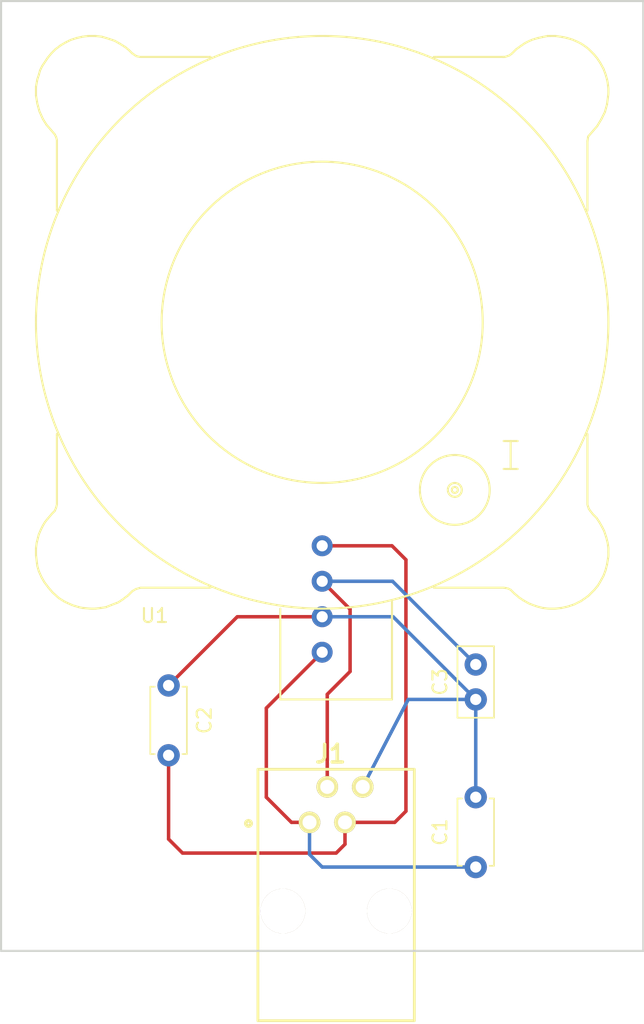
<source format=kicad_pcb>
(kicad_pcb (version 4) (host pcbnew 4.0.7-e2-6376~58~ubuntu16.04.1)

  (general
    (links 10)
    (no_connects 0)
    (area 123.924999 31.924999 170.075001 105.45)
    (thickness 1.6)
    (drawings 7)
    (tracks 32)
    (zones 0)
    (modules 5)
    (nets 5)
  )

  (page A4)
  (layers
    (0 F.Cu signal)
    (31 B.Cu signal)
    (32 B.Adhes user)
    (33 F.Adhes user)
    (34 B.Paste user)
    (35 F.Paste user)
    (36 B.SilkS user)
    (37 F.SilkS user)
    (38 B.Mask user)
    (39 F.Mask user)
    (40 Dwgs.User user)
    (41 Cmts.User user)
    (42 Eco1.User user)
    (43 Eco2.User user)
    (44 Edge.Cuts user)
    (45 Margin user)
    (46 B.CrtYd user)
    (47 F.CrtYd user)
    (48 B.Fab user)
    (49 F.Fab user)
  )

  (setup
    (last_trace_width 0.25)
    (trace_clearance 0.2)
    (zone_clearance 0.508)
    (zone_45_only no)
    (trace_min 0.2)
    (segment_width 0.2)
    (edge_width 0.15)
    (via_size 0.6)
    (via_drill 0.4)
    (via_min_size 0.4)
    (via_min_drill 0.3)
    (uvia_size 0.3)
    (uvia_drill 0.1)
    (uvias_allowed no)
    (uvia_min_size 0.2)
    (uvia_min_drill 0.1)
    (pcb_text_width 0.3)
    (pcb_text_size 1.5 1.5)
    (mod_edge_width 0.15)
    (mod_text_size 1 1)
    (mod_text_width 0.15)
    (pad_size 1.524 1.524)
    (pad_drill 0.762)
    (pad_to_mask_clearance 0.2)
    (aux_axis_origin 0 0)
    (visible_elements FFFFFF7F)
    (pcbplotparams
      (layerselection 0x010f0_80000001)
      (usegerberextensions false)
      (usegerberattributes true)
      (excludeedgelayer true)
      (linewidth 0.100000)
      (plotframeref false)
      (viasonmask false)
      (mode 1)
      (useauxorigin false)
      (hpglpennumber 1)
      (hpglpenspeed 20)
      (hpglpendiameter 15)
      (hpglpenoverlay 2)
      (psnegative false)
      (psa4output false)
      (plotreference true)
      (plotvalue true)
      (plotinvisibletext false)
      (padsonsilk false)
      (subtractmaskfromsilk false)
      (outputformat 1)
      (mirror false)
      (drillshape 0)
      (scaleselection 1)
      (outputdirectory Currentsensorgerb/))
  )

  (net 0 "")
  (net 1 "Net-(C1-Pad1)")
  (net 2 "Net-(C1-Pad2)")
  (net 3 "Net-(C2-Pad2)")
  (net 4 "Net-(C3-Pad2)")

  (net_class Default "This is the default net class."
    (clearance 0.2)
    (trace_width 0.25)
    (via_dia 0.6)
    (via_drill 0.4)
    (uvia_dia 0.3)
    (uvia_drill 0.1)
    (add_net "Net-(C1-Pad1)")
    (add_net "Net-(C1-Pad2)")
    (add_net "Net-(C2-Pad2)")
    (add_net "Net-(C3-Pad2)")
  )

  (module Capacitors_THT:C_Disc_D4.7mm_W2.5mm_P5.00mm (layer F.Cu) (tedit 597BC7C2) (tstamp 5A4774FD)
    (at 158 94 90)
    (descr "C, Disc series, Radial, pin pitch=5.00mm, , diameter*width=4.7*2.5mm^2, Capacitor, http://www.vishay.com/docs/45233/krseries.pdf")
    (tags "C Disc series Radial pin pitch 5.00mm  diameter 4.7mm width 2.5mm Capacitor")
    (path /5A4772B0)
    (fp_text reference C1 (at 2.5 -2.56 90) (layer F.SilkS)
      (effects (font (size 1 1) (thickness 0.15)))
    )
    (fp_text value 47nF (at 2.5 2.56 90) (layer F.Fab)
      (effects (font (size 1 1) (thickness 0.15)))
    )
    (fp_line (start 0.15 -1.25) (end 0.15 1.25) (layer F.Fab) (width 0.1))
    (fp_line (start 0.15 1.25) (end 4.85 1.25) (layer F.Fab) (width 0.1))
    (fp_line (start 4.85 1.25) (end 4.85 -1.25) (layer F.Fab) (width 0.1))
    (fp_line (start 4.85 -1.25) (end 0.15 -1.25) (layer F.Fab) (width 0.1))
    (fp_line (start 0.09 -1.31) (end 4.91 -1.31) (layer F.SilkS) (width 0.12))
    (fp_line (start 0.09 1.31) (end 4.91 1.31) (layer F.SilkS) (width 0.12))
    (fp_line (start 0.09 -1.31) (end 0.09 -0.996) (layer F.SilkS) (width 0.12))
    (fp_line (start 0.09 0.996) (end 0.09 1.31) (layer F.SilkS) (width 0.12))
    (fp_line (start 4.91 -1.31) (end 4.91 -0.996) (layer F.SilkS) (width 0.12))
    (fp_line (start 4.91 0.996) (end 4.91 1.31) (layer F.SilkS) (width 0.12))
    (fp_line (start -1.05 -1.6) (end -1.05 1.6) (layer F.CrtYd) (width 0.05))
    (fp_line (start -1.05 1.6) (end 6.05 1.6) (layer F.CrtYd) (width 0.05))
    (fp_line (start 6.05 1.6) (end 6.05 -1.6) (layer F.CrtYd) (width 0.05))
    (fp_line (start 6.05 -1.6) (end -1.05 -1.6) (layer F.CrtYd) (width 0.05))
    (fp_text user %R (at 2.5 0 90) (layer F.Fab)
      (effects (font (size 1 1) (thickness 0.15)))
    )
    (pad 1 thru_hole circle (at 0 0 90) (size 1.6 1.6) (drill 0.8) (layers *.Cu *.Mask)
      (net 1 "Net-(C1-Pad1)"))
    (pad 2 thru_hole circle (at 5 0 90) (size 1.6 1.6) (drill 0.8) (layers *.Cu *.Mask)
      (net 2 "Net-(C1-Pad2)"))
    (model ${KISYS3DMOD}/Capacitors_THT.3dshapes/C_Disc_D4.7mm_W2.5mm_P5.00mm.wrl
      (at (xyz 0 0 0))
      (scale (xyz 1 1 1))
      (rotate (xyz 0 0 0))
    )
  )

  (module Capacitors_THT:C_Disc_D4.7mm_W2.5mm_P5.00mm (layer F.Cu) (tedit 597BC7C2) (tstamp 5A477503)
    (at 136 81 270)
    (descr "C, Disc series, Radial, pin pitch=5.00mm, , diameter*width=4.7*2.5mm^2, Capacitor, http://www.vishay.com/docs/45233/krseries.pdf")
    (tags "C Disc series Radial pin pitch 5.00mm  diameter 4.7mm width 2.5mm Capacitor")
    (path /5A47735E)
    (fp_text reference C2 (at 2.5 -2.56 270) (layer F.SilkS)
      (effects (font (size 1 1) (thickness 0.15)))
    )
    (fp_text value 47nF (at 2.5 2.56 270) (layer F.Fab)
      (effects (font (size 1 1) (thickness 0.15)))
    )
    (fp_line (start 0.15 -1.25) (end 0.15 1.25) (layer F.Fab) (width 0.1))
    (fp_line (start 0.15 1.25) (end 4.85 1.25) (layer F.Fab) (width 0.1))
    (fp_line (start 4.85 1.25) (end 4.85 -1.25) (layer F.Fab) (width 0.1))
    (fp_line (start 4.85 -1.25) (end 0.15 -1.25) (layer F.Fab) (width 0.1))
    (fp_line (start 0.09 -1.31) (end 4.91 -1.31) (layer F.SilkS) (width 0.12))
    (fp_line (start 0.09 1.31) (end 4.91 1.31) (layer F.SilkS) (width 0.12))
    (fp_line (start 0.09 -1.31) (end 0.09 -0.996) (layer F.SilkS) (width 0.12))
    (fp_line (start 0.09 0.996) (end 0.09 1.31) (layer F.SilkS) (width 0.12))
    (fp_line (start 4.91 -1.31) (end 4.91 -0.996) (layer F.SilkS) (width 0.12))
    (fp_line (start 4.91 0.996) (end 4.91 1.31) (layer F.SilkS) (width 0.12))
    (fp_line (start -1.05 -1.6) (end -1.05 1.6) (layer F.CrtYd) (width 0.05))
    (fp_line (start -1.05 1.6) (end 6.05 1.6) (layer F.CrtYd) (width 0.05))
    (fp_line (start 6.05 1.6) (end 6.05 -1.6) (layer F.CrtYd) (width 0.05))
    (fp_line (start 6.05 -1.6) (end -1.05 -1.6) (layer F.CrtYd) (width 0.05))
    (fp_text user %R (at 2.5 0 270) (layer F.Fab)
      (effects (font (size 1 1) (thickness 0.15)))
    )
    (pad 1 thru_hole circle (at 0 0 270) (size 1.6 1.6) (drill 0.8) (layers *.Cu *.Mask)
      (net 2 "Net-(C1-Pad2)"))
    (pad 2 thru_hole circle (at 5 0 270) (size 1.6 1.6) (drill 0.8) (layers *.Cu *.Mask)
      (net 3 "Net-(C2-Pad2)"))
    (model ${KISYS3DMOD}/Capacitors_THT.3dshapes/C_Disc_D4.7mm_W2.5mm_P5.00mm.wrl
      (at (xyz 0 0 0))
      (scale (xyz 1 1 1))
      (rotate (xyz 0 0 0))
    )
  )

  (module Capacitors_THT:C_Disc_D5.0mm_W2.5mm_P2.50mm (layer F.Cu) (tedit 597BC7C2) (tstamp 5A477509)
    (at 158 82 90)
    (descr "C, Disc series, Radial, pin pitch=2.50mm, , diameter*width=5*2.5mm^2, Capacitor, http://cdn-reichelt.de/documents/datenblatt/B300/DS_KERKO_TC.pdf")
    (tags "C Disc series Radial pin pitch 2.50mm  diameter 5mm width 2.5mm Capacitor")
    (path /5A47732F)
    (fp_text reference C3 (at 1.25 -2.56 90) (layer F.SilkS)
      (effects (font (size 1 1) (thickness 0.15)))
    )
    (fp_text value 4.7nF (at 1.25 2.56 90) (layer F.Fab)
      (effects (font (size 1 1) (thickness 0.15)))
    )
    (fp_line (start -1.25 -1.25) (end -1.25 1.25) (layer F.Fab) (width 0.1))
    (fp_line (start -1.25 1.25) (end 3.75 1.25) (layer F.Fab) (width 0.1))
    (fp_line (start 3.75 1.25) (end 3.75 -1.25) (layer F.Fab) (width 0.1))
    (fp_line (start 3.75 -1.25) (end -1.25 -1.25) (layer F.Fab) (width 0.1))
    (fp_line (start -1.31 -1.31) (end 3.81 -1.31) (layer F.SilkS) (width 0.12))
    (fp_line (start -1.31 1.31) (end 3.81 1.31) (layer F.SilkS) (width 0.12))
    (fp_line (start -1.31 -1.31) (end -1.31 1.31) (layer F.SilkS) (width 0.12))
    (fp_line (start 3.81 -1.31) (end 3.81 1.31) (layer F.SilkS) (width 0.12))
    (fp_line (start -1.6 -1.6) (end -1.6 1.6) (layer F.CrtYd) (width 0.05))
    (fp_line (start -1.6 1.6) (end 4.1 1.6) (layer F.CrtYd) (width 0.05))
    (fp_line (start 4.1 1.6) (end 4.1 -1.6) (layer F.CrtYd) (width 0.05))
    (fp_line (start 4.1 -1.6) (end -1.6 -1.6) (layer F.CrtYd) (width 0.05))
    (fp_text user %R (at 1.25 0 90) (layer F.Fab)
      (effects (font (size 1 1) (thickness 0.15)))
    )
    (pad 1 thru_hole circle (at 0 0 90) (size 1.6 1.6) (drill 0.8) (layers *.Cu *.Mask)
      (net 2 "Net-(C1-Pad2)"))
    (pad 2 thru_hole circle (at 2.5 0 90) (size 1.6 1.6) (drill 0.8) (layers *.Cu *.Mask)
      (net 4 "Net-(C3-Pad2)"))
    (model ${KISYS3DMOD}/Capacitors_THT.3dshapes/C_Disc_D5.0mm_W2.5mm_P2.50mm.wrl
      (at (xyz 0 0 0))
      (scale (xyz 1 1 1))
      (rotate (xyz 0 0 0))
    )
  )

  (module currentsensor:A-2004-3-4-LP-N-R (layer F.Cu) (tedit 5A44E6B8) (tstamp 5A47751C)
    (at 148 105)
    (descr A-2004-3-4-LP-N-R)
    (tags Connector)
    (path /5A4774F9)
    (fp_text reference J1 (at -0.4 -19.1) (layer F.SilkS)
      (effects (font (size 1.27 1.27) (thickness 0.254)))
    )
    (fp_text value A-2004-3-4-LP-N-R (at -0.514 -10.745) (layer F.SilkS) hide
      (effects (font (size 1.27 1.27) (thickness 0.254)))
    )
    (fp_line (start -5.6 -18) (end 5.6 -18) (layer Dwgs.User) (width 0.2))
    (fp_line (start 5.6 -18) (end 5.6 0) (layer Dwgs.User) (width 0.2))
    (fp_line (start 5.6 0) (end -5.6 0) (layer Dwgs.User) (width 0.2))
    (fp_line (start -5.6 0) (end -5.6 -18) (layer Dwgs.User) (width 0.2))
    (fp_line (start -5.6 -18) (end -5.6 0) (layer F.SilkS) (width 0.2))
    (fp_line (start -5.6 0) (end 5.6 0) (layer F.SilkS) (width 0.2))
    (fp_line (start 5.6 0) (end 5.6 -18) (layer F.SilkS) (width 0.2))
    (fp_line (start 5.6 -18) (end -5.6 -18) (layer F.SilkS) (width 0.2))
    (fp_circle (center -6.277 -14.125) (end -6.47 -14.125) (layer F.SilkS) (width 0.254))
    (pad 1 thru_hole circle (at -1.905 -14.2 90) (size 1.55 1.55) (drill 1) (layers *.Cu *.Mask F.SilkS)
      (net 1 "Net-(C1-Pad1)"))
    (pad 2 thru_hole circle (at -0.635 -16.74 90) (size 1.55 1.55) (drill 1) (layers *.Cu *.Mask F.SilkS)
      (net 4 "Net-(C3-Pad2)"))
    (pad 3 thru_hole circle (at 0.635 -14.2 90) (size 1.55 1.55) (drill 1) (layers *.Cu *.Mask F.SilkS)
      (net 3 "Net-(C2-Pad2)"))
    (pad 4 thru_hole circle (at 1.905 -16.74 90) (size 1.55 1.55) (drill 1) (layers *.Cu *.Mask F.SilkS)
      (net 2 "Net-(C1-Pad2)"))
    (pad 5 thru_hole circle (at -3.81 -7.85 90) (size 3.2 3.2) (drill 3.2) (layers *.Cu *.Mask F.SilkS))
    (pad 6 thru_hole circle (at 3.81 -7.85 90) (size 3.2 3.2) (drill 3.2) (layers *.Cu *.Mask F.SilkS))
  )

  (module Hall-Effect_Transducers_LEM:HTFS-Series_LEM-HallEffektCurrentTransducer (layer F.Cu) (tedit 5A477575) (tstamp 5A477529)
    (at 147 55)
    (path /5A477259)
    (fp_text reference U1 (at -12 21) (layer F.SilkS)
      (effects (font (size 1 1) (thickness 0.15)))
    )
    (fp_text value LEMHTFS (at -0.325 30.575) (layer F.Fab)
      (effects (font (size 1 1) (thickness 0.15)))
    )
    (fp_circle (center 9.5 12) (end 9.675 12.125) (layer F.SilkS) (width 0.15))
    (fp_line (start 13 10.5) (end 14 10.5) (layer F.SilkS) (width 0.15))
    (fp_line (start 13 8.5) (end 14 8.5) (layer F.SilkS) (width 0.15))
    (fp_line (start 13.5 8.5) (end 13.5 10.5) (layer F.SilkS) (width 0.15))
    (fp_circle (center 9.5 12) (end 10 12) (layer F.SilkS) (width 0.15))
    (fp_circle (center 9.5 12) (end 11.5 13.5) (layer F.SilkS) (width 0.15))
    (fp_line (start 20.05 14.65) (end 19.85 14.3) (layer F.SilkS) (width 0.15))
    (fp_line (start 19.85 14.3) (end 19.65 14) (layer F.SilkS) (width 0.15))
    (fp_line (start 19.65 14) (end 19.4 13.75) (layer F.SilkS) (width 0.15))
    (fp_line (start 19.4 13.75) (end 19.2 13.5) (layer F.SilkS) (width 0.15))
    (fp_line (start 19.2 13.5) (end 19.1 13.35) (layer F.SilkS) (width 0.15))
    (fp_line (start 19.1 13.35) (end 19 13.05) (layer F.SilkS) (width 0.15))
    (fp_line (start 13 19) (end 13.3 19.05) (layer F.SilkS) (width 0.15))
    (fp_line (start 13.3 19.05) (end 13.5 19.15) (layer F.SilkS) (width 0.15))
    (fp_line (start 13.5 19.15) (end 13.75 19.4) (layer F.SilkS) (width 0.15))
    (fp_line (start 13.75 19.4) (end 14.1 19.7) (layer F.SilkS) (width 0.15))
    (fp_line (start 14.1 19.7) (end 14.4 19.9) (layer F.SilkS) (width 0.15))
    (fp_line (start 14.4 19.9) (end 14.85 20.15) (layer F.SilkS) (width 0.15))
    (fp_line (start 14.85 20.15) (end 15.4 20.35) (layer F.SilkS) (width 0.15))
    (fp_line (start 15.4 20.35) (end 15.8 20.45) (layer F.SilkS) (width 0.15))
    (fp_line (start 15.8 20.45) (end 16.2 20.5) (layer F.SilkS) (width 0.15))
    (fp_line (start 16.2 20.5) (end 16.7 20.5) (layer F.SilkS) (width 0.15))
    (fp_line (start 16.7 20.5) (end 17.15 20.45) (layer F.SilkS) (width 0.15))
    (fp_line (start 17.15 20.45) (end 17.6 20.35) (layer F.SilkS) (width 0.15))
    (fp_line (start 17.6 20.35) (end 18.05 20.2) (layer F.SilkS) (width 0.15))
    (fp_line (start 18.05 20.2) (end 18.55 19.95) (layer F.SilkS) (width 0.15))
    (fp_line (start 18.55 19.95) (end 19.05 19.6) (layer F.SilkS) (width 0.15))
    (fp_line (start 19.05 19.6) (end 19.5 19.15) (layer F.SilkS) (width 0.15))
    (fp_line (start 19.5 19.15) (end 19.75 18.85) (layer F.SilkS) (width 0.15))
    (fp_line (start 19.75 18.85) (end 19.9 18.6) (layer F.SilkS) (width 0.15))
    (fp_line (start 19.9 18.6) (end 20.15 18.15) (layer F.SilkS) (width 0.15))
    (fp_line (start 20.15 18.15) (end 20.3 17.75) (layer F.SilkS) (width 0.15))
    (fp_line (start 20.3 17.75) (end 20.4 17.35) (layer F.SilkS) (width 0.15))
    (fp_line (start 20.4 17.35) (end 20.45 17.05) (layer F.SilkS) (width 0.15))
    (fp_line (start 20.45 17.05) (end 20.5 16.75) (layer F.SilkS) (width 0.15))
    (fp_line (start 20.5 16.75) (end 20.5 16.45) (layer F.SilkS) (width 0.15))
    (fp_line (start 20.5 16.45) (end 20.5 16.15) (layer F.SilkS) (width 0.15))
    (fp_line (start 20.5 16.15) (end 20.45 15.8) (layer F.SilkS) (width 0.15))
    (fp_line (start 20.45 15.8) (end 20.35 15.4) (layer F.SilkS) (width 0.15))
    (fp_line (start 20.35 15.4) (end 20.2 14.95) (layer F.SilkS) (width 0.15))
    (fp_line (start 20.2 14.95) (end 20.05 14.65) (layer F.SilkS) (width 0.15))
    (fp_line (start 8 19) (end 13 19) (layer F.SilkS) (width 0.15))
    (fp_line (start -8 19) (end -13 19) (layer F.SilkS) (width 0.15))
    (fp_line (start -19 13.05) (end -19.05 13.25) (layer F.SilkS) (width 0.15))
    (fp_line (start -19.05 13.25) (end -19.15 13.5) (layer F.SilkS) (width 0.15))
    (fp_line (start -19.15 13.5) (end -19.35 13.7) (layer F.SilkS) (width 0.15))
    (fp_line (start -19.35 13.7) (end -19.65 14.05) (layer F.SilkS) (width 0.15))
    (fp_line (start -19.65 14.05) (end -19.85 14.3) (layer F.SilkS) (width 0.15))
    (fp_line (start -19.85 14.3) (end -20 14.55) (layer F.SilkS) (width 0.15))
    (fp_line (start -20 14.55) (end -20.15 14.85) (layer F.SilkS) (width 0.15))
    (fp_line (start -20.15 14.85) (end -20.3 15.2) (layer F.SilkS) (width 0.15))
    (fp_line (start -20.3 15.2) (end -20.45 15.8) (layer F.SilkS) (width 0.15))
    (fp_line (start -20.45 15.8) (end -20.5 16.2) (layer F.SilkS) (width 0.15))
    (fp_line (start -20.5 16.2) (end -20.5 16.65) (layer F.SilkS) (width 0.15))
    (fp_line (start -20.5 16.65) (end -20.45 17.05) (layer F.SilkS) (width 0.15))
    (fp_line (start -20.45 17.05) (end -20.4 17.45) (layer F.SilkS) (width 0.15))
    (fp_line (start -20.4 17.45) (end -20.3 17.8) (layer F.SilkS) (width 0.15))
    (fp_line (start -20.3 17.8) (end -20.1 18.25) (layer F.SilkS) (width 0.15))
    (fp_line (start -20.1 18.25) (end -19.9 18.6) (layer F.SilkS) (width 0.15))
    (fp_line (start -19.9 18.6) (end -19.6 19) (layer F.SilkS) (width 0.15))
    (fp_line (start -19.6 19) (end -19.3 19.35) (layer F.SilkS) (width 0.15))
    (fp_line (start -19.3 19.35) (end -18.85 19.75) (layer F.SilkS) (width 0.15))
    (fp_line (start -18.85 19.75) (end -18.45 20) (layer F.SilkS) (width 0.15))
    (fp_line (start -18.45 20) (end -17.9 20.25) (layer F.SilkS) (width 0.15))
    (fp_line (start -17.9 20.25) (end -17.4 20.4) (layer F.SilkS) (width 0.15))
    (fp_line (start -17.4 20.4) (end -17.15 20.45) (layer F.SilkS) (width 0.15))
    (fp_line (start -17.15 20.45) (end -16.6 20.5) (layer F.SilkS) (width 0.15))
    (fp_line (start -16.6 20.5) (end -16.25 20.5) (layer F.SilkS) (width 0.15))
    (fp_line (start -16.25 20.5) (end -15.85 20.45) (layer F.SilkS) (width 0.15))
    (fp_line (start -15.85 20.45) (end -15.5 20.4) (layer F.SilkS) (width 0.15))
    (fp_line (start -15.5 20.4) (end -15 20.2) (layer F.SilkS) (width 0.15))
    (fp_line (start -15 20.2) (end -14.6 20.05) (layer F.SilkS) (width 0.15))
    (fp_line (start -14.6 20.05) (end -14.3 19.85) (layer F.SilkS) (width 0.15))
    (fp_line (start -14.3 19.85) (end -13.9 19.55) (layer F.SilkS) (width 0.15))
    (fp_line (start -13.9 19.55) (end -13.6 19.25) (layer F.SilkS) (width 0.15))
    (fp_line (start -13.6 19.25) (end -13.35 19.1) (layer F.SilkS) (width 0.15))
    (fp_line (start -13.35 19.1) (end -13 19) (layer F.SilkS) (width 0.15))
    (fp_line (start -19 8) (end -19 13) (layer F.SilkS) (width 0.15))
    (fp_line (start -13.05 -19) (end -13.3 -19.05) (layer F.SilkS) (width 0.15))
    (fp_line (start -13.3 -19.05) (end -13.6 -19.25) (layer F.SilkS) (width 0.15))
    (fp_line (start -13.6 -19.25) (end -13.85 -19.5) (layer F.SilkS) (width 0.15))
    (fp_line (start -13.85 -19.5) (end -14.1 -19.7) (layer F.SilkS) (width 0.15))
    (fp_line (start -14.1 -19.7) (end -14.5 -19.95) (layer F.SilkS) (width 0.15))
    (fp_line (start -14.5 -19.95) (end -14.85 -20.15) (layer F.SilkS) (width 0.15))
    (fp_line (start -14.85 -20.15) (end -15.3 -20.3) (layer F.SilkS) (width 0.15))
    (fp_line (start -15.3 -20.3) (end -15.8 -20.45) (layer F.SilkS) (width 0.15))
    (fp_line (start -15.8 -20.45) (end -16.25 -20.5) (layer F.SilkS) (width 0.15))
    (fp_line (start -16.25 -20.5) (end -16.75 -20.5) (layer F.SilkS) (width 0.15))
    (fp_line (start -16.75 -20.5) (end -17.15 -20.45) (layer F.SilkS) (width 0.15))
    (fp_line (start -17.15 -20.45) (end -17.6 -20.35) (layer F.SilkS) (width 0.15))
    (fp_line (start -17.6 -20.35) (end -18.05 -20.2) (layer F.SilkS) (width 0.15))
    (fp_line (start -18.05 -20.2) (end -18.35 -20.05) (layer F.SilkS) (width 0.15))
    (fp_line (start -18.35 -20.05) (end -18.7 -19.85) (layer F.SilkS) (width 0.15))
    (fp_line (start -18.7 -19.85) (end -19.1 -19.55) (layer F.SilkS) (width 0.15))
    (fp_line (start -19.1 -19.55) (end -19.4 -19.25) (layer F.SilkS) (width 0.15))
    (fp_line (start -19.4 -19.25) (end -19.65 -18.95) (layer F.SilkS) (width 0.15))
    (fp_line (start -19.65 -18.95) (end -20.05 -18.35) (layer F.SilkS) (width 0.15))
    (fp_line (start -20.05 -18.35) (end -20.2 -18.05) (layer F.SilkS) (width 0.15))
    (fp_line (start -20.2 -18.05) (end -20.3 -17.7) (layer F.SilkS) (width 0.15))
    (fp_line (start -20.3 -17.7) (end -20.4 -17.4) (layer F.SilkS) (width 0.15))
    (fp_line (start -20.4 -17.4) (end -20.5 -16.85) (layer F.SilkS) (width 0.15))
    (fp_line (start -20.5 -16.85) (end -20.5 -16.25) (layer F.SilkS) (width 0.15))
    (fp_line (start -20.5 -16.25) (end -20.4 -15.65) (layer F.SilkS) (width 0.15))
    (fp_line (start -20.4 -15.65) (end -20.25 -15.1) (layer F.SilkS) (width 0.15))
    (fp_line (start -20.25 -15.1) (end -20 -14.55) (layer F.SilkS) (width 0.15))
    (fp_line (start -20 -14.55) (end -19.75 -14.15) (layer F.SilkS) (width 0.15))
    (fp_line (start -19.75 -14.15) (end -19.45 -13.8) (layer F.SilkS) (width 0.15))
    (fp_line (start -19.45 -13.8) (end -19.15 -13.45) (layer F.SilkS) (width 0.15))
    (fp_line (start -19.15 -13.45) (end -19.05 -13.25) (layer F.SilkS) (width 0.15))
    (fp_line (start -19.05 -13.25) (end -19 -13.05) (layer F.SilkS) (width 0.15))
    (fp_line (start 19 -12.95) (end 19.05 -13.3) (layer F.SilkS) (width 0.15))
    (fp_line (start 19.05 -13.3) (end 19.4 -13.7) (layer F.SilkS) (width 0.15))
    (fp_line (start 19.4 -13.7) (end 19.7 -14.05) (layer F.SilkS) (width 0.15))
    (fp_line (start 19.7 -14.05) (end 20 -14.55) (layer F.SilkS) (width 0.15))
    (fp_line (start 20 -14.55) (end 20.25 -15.05) (layer F.SilkS) (width 0.15))
    (fp_line (start 20.25 -15.05) (end 20.4 -15.6) (layer F.SilkS) (width 0.15))
    (fp_line (start 20.4 -15.6) (end 20.5 -16.35) (layer F.SilkS) (width 0.15))
    (fp_line (start 20.5 -16.35) (end 20.5 -16.75) (layer F.SilkS) (width 0.15))
    (fp_line (start 20.5 -16.75) (end 20.45 -17.15) (layer F.SilkS) (width 0.15))
    (fp_line (start 20.45 -17.15) (end 20.4 -17.4) (layer F.SilkS) (width 0.15))
    (fp_line (start 20.4 -17.4) (end 20.3 -17.75) (layer F.SilkS) (width 0.15))
    (fp_line (start 20.3 -17.75) (end 20.15 -18.15) (layer F.SilkS) (width 0.15))
    (fp_line (start 20.15 -18.15) (end 19.9 -18.6) (layer F.SilkS) (width 0.15))
    (fp_line (start 19.9 -18.6) (end 19.7 -18.9) (layer F.SilkS) (width 0.15))
    (fp_line (start 19.7 -18.9) (end 19.45 -19.2) (layer F.SilkS) (width 0.15))
    (fp_line (start 19.45 -19.2) (end 19.1 -19.55) (layer F.SilkS) (width 0.15))
    (fp_line (start 19.1 -19.55) (end 18.85 -19.75) (layer F.SilkS) (width 0.15))
    (fp_line (start 18.85 -19.75) (end 18.55 -19.95) (layer F.SilkS) (width 0.15))
    (fp_line (start 18.55 -19.95) (end 18.25 -20.1) (layer F.SilkS) (width 0.15))
    (fp_line (start 18.25 -20.1) (end 17.9 -20.25) (layer F.SilkS) (width 0.15))
    (fp_line (start 17.9 -20.25) (end 17.55 -20.35) (layer F.SilkS) (width 0.15))
    (fp_line (start 17.55 -20.35) (end 17.35 -20.4) (layer F.SilkS) (width 0.15))
    (fp_line (start 17.35 -20.4) (end 17.05 -20.45) (layer F.SilkS) (width 0.15))
    (fp_line (start 17.05 -20.45) (end 16.7 -20.5) (layer F.SilkS) (width 0.15))
    (fp_line (start 16.7 -20.5) (end 16.35 -20.5) (layer F.SilkS) (width 0.15))
    (fp_line (start 16.35 -20.5) (end 16.15 -20.5) (layer F.SilkS) (width 0.15))
    (fp_line (start 16.15 -20.5) (end 15.9 -20.45) (layer F.SilkS) (width 0.15))
    (fp_line (start 15.9 -20.45) (end 15.45 -20.35) (layer F.SilkS) (width 0.15))
    (fp_line (start 15.45 -20.35) (end 15.1 -20.25) (layer F.SilkS) (width 0.15))
    (fp_line (start 15.1 -20.25) (end 14.85 -20.15) (layer F.SilkS) (width 0.15))
    (fp_line (start 14.85 -20.15) (end 14.55 -20) (layer F.SilkS) (width 0.15))
    (fp_line (start 14.55 -20) (end 14.25 -19.8) (layer F.SilkS) (width 0.15))
    (fp_line (start 14.25 -19.8) (end 13.9 -19.55) (layer F.SilkS) (width 0.15))
    (fp_line (start 13.9 -19.55) (end 13.6 -19.25) (layer F.SilkS) (width 0.15))
    (fp_line (start 13.6 -19.25) (end 13.4 -19.1) (layer F.SilkS) (width 0.15))
    (fp_line (start 13.4 -19.1) (end 13.1 -19) (layer F.SilkS) (width 0.15))
    (fp_line (start 13.1 -19) (end 12.95 -19) (layer F.SilkS) (width 0.15))
    (fp_line (start -19 -13) (end -19 -8) (layer F.SilkS) (width 0.15))
    (fp_line (start -8 -19) (end -13 -19) (layer F.SilkS) (width 0.15))
    (fp_line (start 13 -19) (end 8 -19) (layer F.SilkS) (width 0.15))
    (fp_line (start 19 -8) (end 19 -13) (layer F.SilkS) (width 0.15))
    (fp_line (start 19 8) (end 19 13) (layer F.SilkS) (width 0.15))
    (fp_line (start 5 27) (end 5 20) (layer F.SilkS) (width 0.15))
    (fp_line (start 5 27) (end -3 27) (layer F.SilkS) (width 0.15))
    (fp_line (start -3 27) (end -3 20.5) (layer F.SilkS) (width 0.15))
    (fp_circle (center 0 0) (end 20.5 0) (layer F.SilkS) (width 0.15))
    (fp_circle (center 0 0) (end 11.5 0) (layer F.SilkS) (width 0.15))
    (pad "" np_thru_hole circle (at 0 0) (size 22 22) (drill 22) (layers *.Cu *.Mask))
    (pad "" np_thru_hole circle (at 16.5 -16.5) (size 4 4) (drill 4) (layers *.Cu *.Mask))
    (pad "" np_thru_hole circle (at -16.5 -16.5) (size 4 4) (drill 4) (layers *.Cu *.Mask))
    (pad "" np_thru_hole circle (at -16.5 16.5) (size 4 4) (drill 4) (layers *.Cu *.Mask))
    (pad "" np_thru_hole circle (at 16.5 16.5) (size 4 4) (drill 4) (layers *.Cu *.Mask))
    (pad 4 thru_hole circle (at 0 16) (size 1.5 1.5) (drill 0.8) (layers *.Cu *.Mask)
      (net 3 "Net-(C2-Pad2)"))
    (pad 3 thru_hole circle (at 0 18.54) (size 1.5 1.5) (drill 0.8) (layers *.Cu *.Mask)
      (net 4 "Net-(C3-Pad2)"))
    (pad 2 thru_hole circle (at 0 21.08) (size 1.5 1.5) (drill 0.8) (layers *.Cu *.Mask)
      (net 2 "Net-(C1-Pad2)"))
    (pad 1 thru_hole circle (at 0 23.62) (size 1.5 1.5) (drill 0.8) (layers *.Cu *.Mask)
      (net 1 "Net-(C1-Pad1)"))
    (model Hall-Effect_Transducers_LEM.3dshapes/HTFS-Series_LEM-HallEffektCurrentTransducer.wrl
      (at (xyz 0 0 0))
      (scale (xyz 0.3937 0.3937 0.3937))
      (rotate (xyz 0 0 0))
    )
  )

  (gr_text 47nf (at 130 84) (layer F.Mask)
    (effects (font (size 1.5 1.5) (thickness 0.3)))
  )
  (gr_text 47nf (at 164 92) (layer F.Mask)
    (effects (font (size 1.5 1.5) (thickness 0.3)))
  )
  (gr_text 4.7nf (at 164 81) (layer F.Mask)
    (effects (font (size 1.5 1.5) (thickness 0.3)))
  )
  (gr_line (start 124 100) (end 124 32) (angle 90) (layer Edge.Cuts) (width 0.15))
  (gr_line (start 170 100) (end 124 100) (angle 90) (layer Edge.Cuts) (width 0.15))
  (gr_line (start 170 32) (end 170 100) (angle 90) (layer Edge.Cuts) (width 0.15))
  (gr_line (start 124 32) (end 170 32) (angle 90) (layer Edge.Cuts) (width 0.15))

  (segment (start 146.095 90.8) (end 144.8 90.8) (width 0.25) (layer F.Cu) (net 1) (status 400000))
  (segment (start 143 82.62) (end 147 78.62) (width 0.25) (layer F.Cu) (net 1) (tstamp 5A477625) (status 800000))
  (segment (start 143 89) (end 143 82.62) (width 0.25) (layer F.Cu) (net 1) (tstamp 5A477623))
  (segment (start 144.8 90.8) (end 143 89) (width 0.25) (layer F.Cu) (net 1) (tstamp 5A477621))
  (segment (start 146.095 90.8) (end 146.095 93.095) (width 0.25) (layer B.Cu) (net 1) (status 400000))
  (segment (start 147 94) (end 158 94) (width 0.25) (layer B.Cu) (net 1) (tstamp 5A477611) (status 800000))
  (segment (start 146.095 93.095) (end 147 94) (width 0.25) (layer B.Cu) (net 1) (tstamp 5A477610))
  (segment (start 146.095 90.8) (end 145.8 90.8) (width 0.25) (layer F.Cu) (net 1) (status 30))
  (segment (start 158 82) (end 158 89) (width 0.25) (layer B.Cu) (net 2))
  (segment (start 158 82) (end 153.165 82) (width 0.25) (layer B.Cu) (net 2))
  (segment (start 153.165 82) (end 149.905 88.26) (width 0.25) (layer B.Cu) (net 2) (tstamp 5A477576) (status 20))
  (segment (start 147 76.08) (end 152.08 76.08) (width 0.25) (layer B.Cu) (net 2))
  (segment (start 152.08 76.08) (end 158 82) (width 0.25) (layer B.Cu) (net 2) (tstamp 5A477572))
  (segment (start 147 76.08) (end 140.92 76.08) (width 0.25) (layer F.Cu) (net 2))
  (segment (start 140.92 76.08) (end 136 81) (width 0.25) (layer F.Cu) (net 2) (tstamp 5A477569))
  (segment (start 148.635 90.8) (end 152.2 90.8) (width 0.25) (layer F.Cu) (net 3) (status 400000))
  (segment (start 152 71) (end 147 71) (width 0.25) (layer F.Cu) (net 3) (tstamp 5A477638) (status 800000))
  (segment (start 153 72) (end 152 71) (width 0.25) (layer F.Cu) (net 3) (tstamp 5A477634))
  (segment (start 153 90) (end 153 72) (width 0.25) (layer F.Cu) (net 3) (tstamp 5A477631))
  (segment (start 152.2 90.8) (end 153 90) (width 0.25) (layer F.Cu) (net 3) (tstamp 5A47762F))
  (segment (start 148.635 90.8) (end 148.635 92.365) (width 0.25) (layer F.Cu) (net 3) (status 400000))
  (segment (start 136 92) (end 136 86) (width 0.25) (layer F.Cu) (net 3) (tstamp 5A47761B) (status 800000))
  (segment (start 137 93) (end 136 92) (width 0.25) (layer F.Cu) (net 3) (tstamp 5A477616))
  (segment (start 148 93) (end 137 93) (width 0.25) (layer F.Cu) (net 3) (tstamp 5A477615))
  (segment (start 148.635 92.365) (end 148 93) (width 0.25) (layer F.Cu) (net 3) (tstamp 5A477614))
  (segment (start 148.635 90.8) (end 148.635 91.365) (width 0.25) (layer F.Cu) (net 3) (status 30))
  (segment (start 147.365 88.26) (end 147.365 81.635) (width 0.25) (layer F.Cu) (net 4) (status 10))
  (segment (start 149 75.54) (end 147 73.54) (width 0.25) (layer F.Cu) (net 4) (tstamp 5A477599))
  (segment (start 149 80) (end 149 75.54) (width 0.25) (layer F.Cu) (net 4) (tstamp 5A477597))
  (segment (start 147.365 81.635) (end 149 80) (width 0.25) (layer F.Cu) (net 4) (tstamp 5A477595))
  (segment (start 147 73.54) (end 152.04 73.54) (width 0.25) (layer B.Cu) (net 4))
  (segment (start 152.04 73.54) (end 158 79.5) (width 0.25) (layer B.Cu) (net 4) (tstamp 5A47756E))

)

</source>
